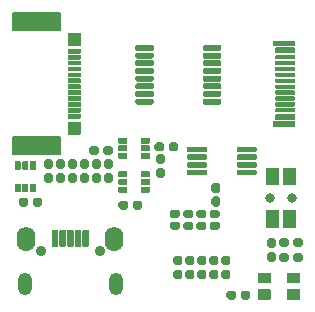
<source format=gts>
%TF.GenerationSoftware,KiCad,Pcbnew,(5.1.7)-1*%
%TF.CreationDate,2020-11-06T21:26:38+01:00*%
%TF.ProjectId,twonkie,74776f6e-6b69-4652-9e6b-696361645f70,rev?*%
%TF.SameCoordinates,PX448d510PY20b3950*%
%TF.FileFunction,Soldermask,Top*%
%TF.FilePolarity,Negative*%
%FSLAX46Y46*%
G04 Gerber Fmt 4.6, Leading zero omitted, Abs format (unit mm)*
G04 Created by KiCad (PCBNEW (5.1.7)-1) date 2020-11-06 21:26:38*
%MOMM*%
%LPD*%
G01*
G04 APERTURE LIST*
%ADD10O,0.901600X0.901600*%
%ADD11O,1.251600X1.901600*%
%ADD12O,1.551600X2.101600*%
%ADD13C,0.801600*%
G04 APERTURE END LIST*
%TO.C,Q3*%
G36*
G01*
X11305700Y-11361000D02*
X11305700Y-10961000D01*
G75*
G02*
X11356500Y-10910200I50800J0D01*
G01*
X12006500Y-10910200D01*
G75*
G02*
X12057300Y-10961000I0J-50800D01*
G01*
X12057300Y-11361000D01*
G75*
G02*
X12006500Y-11411800I-50800J0D01*
G01*
X11356500Y-11411800D01*
G75*
G02*
X11305700Y-11361000I0J50800D01*
G01*
G37*
G36*
G01*
X11305700Y-12661000D02*
X11305700Y-12261000D01*
G75*
G02*
X11356500Y-12210200I50800J0D01*
G01*
X12006500Y-12210200D01*
G75*
G02*
X12057300Y-12261000I0J-50800D01*
G01*
X12057300Y-12661000D01*
G75*
G02*
X12006500Y-12711800I-50800J0D01*
G01*
X11356500Y-12711800D01*
G75*
G02*
X11305700Y-12661000I0J50800D01*
G01*
G37*
G36*
G01*
X9405700Y-12011000D02*
X9405700Y-11611000D01*
G75*
G02*
X9456500Y-11560200I50800J0D01*
G01*
X10106500Y-11560200D01*
G75*
G02*
X10157300Y-11611000I0J-50800D01*
G01*
X10157300Y-12011000D01*
G75*
G02*
X10106500Y-12061800I-50800J0D01*
G01*
X9456500Y-12061800D01*
G75*
G02*
X9405700Y-12011000I0J50800D01*
G01*
G37*
G36*
G01*
X11305700Y-12011000D02*
X11305700Y-11611000D01*
G75*
G02*
X11356500Y-11560200I50800J0D01*
G01*
X12006500Y-11560200D01*
G75*
G02*
X12057300Y-11611000I0J-50800D01*
G01*
X12057300Y-12011000D01*
G75*
G02*
X12006500Y-12061800I-50800J0D01*
G01*
X11356500Y-12061800D01*
G75*
G02*
X11305700Y-12011000I0J50800D01*
G01*
G37*
G36*
G01*
X9405700Y-12661000D02*
X9405700Y-12261000D01*
G75*
G02*
X9456500Y-12210200I50800J0D01*
G01*
X10106500Y-12210200D01*
G75*
G02*
X10157300Y-12261000I0J-50800D01*
G01*
X10157300Y-12661000D01*
G75*
G02*
X10106500Y-12711800I-50800J0D01*
G01*
X9456500Y-12711800D01*
G75*
G02*
X9405700Y-12661000I0J50800D01*
G01*
G37*
G36*
G01*
X9405700Y-11361000D02*
X9405700Y-10961000D01*
G75*
G02*
X9456500Y-10910200I50800J0D01*
G01*
X10106500Y-10910200D01*
G75*
G02*
X10157300Y-10961000I0J-50800D01*
G01*
X10157300Y-11361000D01*
G75*
G02*
X10106500Y-11411800I-50800J0D01*
G01*
X9456500Y-11411800D01*
G75*
G02*
X9405700Y-11361000I0J50800D01*
G01*
G37*
%TD*%
%TO.C,C2*%
G36*
G01*
X14906600Y-18557300D02*
X14906600Y-18196500D01*
G75*
G02*
X15087000Y-18016100I180400J0D01*
G01*
X15562800Y-18016100D01*
G75*
G02*
X15743200Y-18196500I0J-180400D01*
G01*
X15743200Y-18557300D01*
G75*
G02*
X15562800Y-18737700I-180400J0D01*
G01*
X15087000Y-18737700D01*
G75*
G02*
X14906600Y-18557300I0J180400D01*
G01*
G37*
G36*
G01*
X13771600Y-18557300D02*
X13771600Y-18196500D01*
G75*
G02*
X13952000Y-18016100I180400J0D01*
G01*
X14427800Y-18016100D01*
G75*
G02*
X14608200Y-18196500I0J-180400D01*
G01*
X14608200Y-18557300D01*
G75*
G02*
X14427800Y-18737700I-180400J0D01*
G01*
X13952000Y-18737700D01*
G75*
G02*
X13771600Y-18557300I0J180400D01*
G01*
G37*
%TD*%
%TO.C,C4*%
G36*
G01*
X14906600Y-17554000D02*
X14906600Y-17193200D01*
G75*
G02*
X15087000Y-17012800I180400J0D01*
G01*
X15562800Y-17012800D01*
G75*
G02*
X15743200Y-17193200I0J-180400D01*
G01*
X15743200Y-17554000D01*
G75*
G02*
X15562800Y-17734400I-180400J0D01*
G01*
X15087000Y-17734400D01*
G75*
G02*
X14906600Y-17554000I0J180400D01*
G01*
G37*
G36*
G01*
X13771600Y-17554000D02*
X13771600Y-17193200D01*
G75*
G02*
X13952000Y-17012800I180400J0D01*
G01*
X14427800Y-17012800D01*
G75*
G02*
X14608200Y-17193200I0J-180400D01*
G01*
X14608200Y-17554000D01*
G75*
G02*
X14427800Y-17734400I-180400J0D01*
G01*
X13952000Y-17734400D01*
G75*
G02*
X13771600Y-17554000I0J180400D01*
G01*
G37*
%TD*%
D10*
%TO.C,J3*%
X7834000Y-20536000D03*
X2834000Y-20536000D03*
D11*
X9209000Y-23286000D03*
X1459000Y-23286000D03*
D12*
X9059000Y-19486000D03*
X1609000Y-19486000D03*
G36*
G01*
X6358200Y-20086000D02*
X6358200Y-18786000D01*
G75*
G02*
X6409000Y-18735200I50800J0D01*
G01*
X6859000Y-18735200D01*
G75*
G02*
X6909800Y-18786000I0J-50800D01*
G01*
X6909800Y-20086000D01*
G75*
G02*
X6859000Y-20136800I-50800J0D01*
G01*
X6409000Y-20136800D01*
G75*
G02*
X6358200Y-20086000I0J50800D01*
G01*
G37*
G36*
G01*
X5708200Y-20086000D02*
X5708200Y-18786000D01*
G75*
G02*
X5759000Y-18735200I50800J0D01*
G01*
X6209000Y-18735200D01*
G75*
G02*
X6259800Y-18786000I0J-50800D01*
G01*
X6259800Y-20086000D01*
G75*
G02*
X6209000Y-20136800I-50800J0D01*
G01*
X5759000Y-20136800D01*
G75*
G02*
X5708200Y-20086000I0J50800D01*
G01*
G37*
G36*
G01*
X5058200Y-20086000D02*
X5058200Y-18786000D01*
G75*
G02*
X5109000Y-18735200I50800J0D01*
G01*
X5559000Y-18735200D01*
G75*
G02*
X5609800Y-18786000I0J-50800D01*
G01*
X5609800Y-20086000D01*
G75*
G02*
X5559000Y-20136800I-50800J0D01*
G01*
X5109000Y-20136800D01*
G75*
G02*
X5058200Y-20086000I0J50800D01*
G01*
G37*
G36*
G01*
X4408200Y-20086000D02*
X4408200Y-18786000D01*
G75*
G02*
X4459000Y-18735200I50800J0D01*
G01*
X4909000Y-18735200D01*
G75*
G02*
X4959800Y-18786000I0J-50800D01*
G01*
X4959800Y-20086000D01*
G75*
G02*
X4909000Y-20136800I-50800J0D01*
G01*
X4459000Y-20136800D01*
G75*
G02*
X4408200Y-20086000I0J50800D01*
G01*
G37*
G36*
G01*
X3758200Y-20086000D02*
X3758200Y-18786000D01*
G75*
G02*
X3809000Y-18735200I50800J0D01*
G01*
X4259000Y-18735200D01*
G75*
G02*
X4309800Y-18786000I0J-50800D01*
G01*
X4309800Y-20086000D01*
G75*
G02*
X4259000Y-20136800I-50800J0D01*
G01*
X3809000Y-20136800D01*
G75*
G02*
X3758200Y-20086000I0J50800D01*
G01*
G37*
%TD*%
%TO.C,R14*%
G36*
G01*
X2157700Y-16568400D02*
X2157700Y-16197600D01*
G75*
G02*
X2343100Y-16012200I185400J0D01*
G01*
X2788900Y-16012200D01*
G75*
G02*
X2974300Y-16197600I0J-185400D01*
G01*
X2974300Y-16568400D01*
G75*
G02*
X2788900Y-16753800I-185400J0D01*
G01*
X2343100Y-16753800D01*
G75*
G02*
X2157700Y-16568400I0J185400D01*
G01*
G37*
G36*
G01*
X962700Y-16568400D02*
X962700Y-16197600D01*
G75*
G02*
X1148100Y-16012200I185400J0D01*
G01*
X1593900Y-16012200D01*
G75*
G02*
X1779300Y-16197600I0J-185400D01*
G01*
X1779300Y-16568400D01*
G75*
G02*
X1593900Y-16753800I-185400J0D01*
G01*
X1148100Y-16753800D01*
G75*
G02*
X962700Y-16568400I0J185400D01*
G01*
G37*
%TD*%
%TO.C,R16*%
G36*
G01*
X13651200Y-11869400D02*
X13651200Y-11498600D01*
G75*
G02*
X13836600Y-11313200I185400J0D01*
G01*
X14282400Y-11313200D01*
G75*
G02*
X14467800Y-11498600I0J-185400D01*
G01*
X14467800Y-11869400D01*
G75*
G02*
X14282400Y-12054800I-185400J0D01*
G01*
X13836600Y-12054800D01*
G75*
G02*
X13651200Y-11869400I0J185400D01*
G01*
G37*
G36*
G01*
X12456200Y-11869400D02*
X12456200Y-11498600D01*
G75*
G02*
X12641600Y-11313200I185400J0D01*
G01*
X13087400Y-11313200D01*
G75*
G02*
X13272800Y-11498600I0J-185400D01*
G01*
X13272800Y-11869400D01*
G75*
G02*
X13087400Y-12054800I-185400J0D01*
G01*
X12641600Y-12054800D01*
G75*
G02*
X12456200Y-11869400I0J185400D01*
G01*
G37*
%TD*%
D13*
%TO.C,SW1*%
X24077500Y-16002000D03*
X22277500Y-16002000D03*
G36*
G01*
X24422500Y-18552800D02*
X23372500Y-18552800D01*
G75*
G02*
X23321700Y-18502000I0J50800D01*
G01*
X23321700Y-17102000D01*
G75*
G02*
X23372500Y-17051200I50800J0D01*
G01*
X24422500Y-17051200D01*
G75*
G02*
X24473300Y-17102000I0J-50800D01*
G01*
X24473300Y-18502000D01*
G75*
G02*
X24422500Y-18552800I-50800J0D01*
G01*
G37*
G36*
G01*
X24422500Y-14952800D02*
X23372500Y-14952800D01*
G75*
G02*
X23321700Y-14902000I0J50800D01*
G01*
X23321700Y-13502000D01*
G75*
G02*
X23372500Y-13451200I50800J0D01*
G01*
X24422500Y-13451200D01*
G75*
G02*
X24473300Y-13502000I0J-50800D01*
G01*
X24473300Y-14902000D01*
G75*
G02*
X24422500Y-14952800I-50800J0D01*
G01*
G37*
G36*
G01*
X22982500Y-18552800D02*
X21932500Y-18552800D01*
G75*
G02*
X21881700Y-18502000I0J50800D01*
G01*
X21881700Y-17102000D01*
G75*
G02*
X21932500Y-17051200I50800J0D01*
G01*
X22982500Y-17051200D01*
G75*
G02*
X23033300Y-17102000I0J-50800D01*
G01*
X23033300Y-18502000D01*
G75*
G02*
X22982500Y-18552800I-50800J0D01*
G01*
G37*
G36*
G01*
X22982500Y-14952800D02*
X21932500Y-14952800D01*
G75*
G02*
X21881700Y-14902000I0J50800D01*
G01*
X21881700Y-13502000D01*
G75*
G02*
X21932500Y-13451200I50800J0D01*
G01*
X22982500Y-13451200D01*
G75*
G02*
X23033300Y-13502000I0J-50800D01*
G01*
X23033300Y-14902000D01*
G75*
G02*
X22982500Y-14952800I-50800J0D01*
G01*
G37*
%TD*%
%TO.C,J2*%
G36*
G01*
X465000Y-10799200D02*
X4465000Y-10799200D01*
G75*
G02*
X4515800Y-10850000I0J-50800D01*
G01*
X4515800Y-12350000D01*
G75*
G02*
X4465000Y-12400800I-50800J0D01*
G01*
X465000Y-12400800D01*
G75*
G02*
X414200Y-12350000I0J50800D01*
G01*
X414200Y-10850000D01*
G75*
G02*
X465000Y-10799200I50800J0D01*
G01*
G37*
G36*
G01*
X465000Y-299200D02*
X4465000Y-299200D01*
G75*
G02*
X4515800Y-350000I0J-50800D01*
G01*
X4515800Y-1850000D01*
G75*
G02*
X4465000Y-1900800I-50800J0D01*
G01*
X465000Y-1900800D01*
G75*
G02*
X414200Y-1850000I0J50800D01*
G01*
X414200Y-350000D01*
G75*
G02*
X465000Y-299200I50800J0D01*
G01*
G37*
G36*
G01*
X5175000Y-8899200D02*
X6175000Y-8899200D01*
G75*
G02*
X6225800Y-8950000I0J-50800D01*
G01*
X6225800Y-9250000D01*
G75*
G02*
X6175000Y-9300800I-50800J0D01*
G01*
X5175000Y-9300800D01*
G75*
G02*
X5124200Y-9250000I0J50800D01*
G01*
X5124200Y-8950000D01*
G75*
G02*
X5175000Y-8899200I50800J0D01*
G01*
G37*
G36*
G01*
X5175000Y-8399200D02*
X6175000Y-8399200D01*
G75*
G02*
X6225800Y-8450000I0J-50800D01*
G01*
X6225800Y-8750000D01*
G75*
G02*
X6175000Y-8800800I-50800J0D01*
G01*
X5175000Y-8800800D01*
G75*
G02*
X5124200Y-8750000I0J50800D01*
G01*
X5124200Y-8450000D01*
G75*
G02*
X5175000Y-8399200I50800J0D01*
G01*
G37*
G36*
G01*
X5175000Y-7899200D02*
X6175000Y-7899200D01*
G75*
G02*
X6225800Y-7950000I0J-50800D01*
G01*
X6225800Y-8250000D01*
G75*
G02*
X6175000Y-8300800I-50800J0D01*
G01*
X5175000Y-8300800D01*
G75*
G02*
X5124200Y-8250000I0J50800D01*
G01*
X5124200Y-7950000D01*
G75*
G02*
X5175000Y-7899200I50800J0D01*
G01*
G37*
G36*
G01*
X5175000Y-7399200D02*
X6175000Y-7399200D01*
G75*
G02*
X6225800Y-7450000I0J-50800D01*
G01*
X6225800Y-7750000D01*
G75*
G02*
X6175000Y-7800800I-50800J0D01*
G01*
X5175000Y-7800800D01*
G75*
G02*
X5124200Y-7750000I0J50800D01*
G01*
X5124200Y-7450000D01*
G75*
G02*
X5175000Y-7399200I50800J0D01*
G01*
G37*
G36*
G01*
X5175000Y-6899200D02*
X6175000Y-6899200D01*
G75*
G02*
X6225800Y-6950000I0J-50800D01*
G01*
X6225800Y-7250000D01*
G75*
G02*
X6175000Y-7300800I-50800J0D01*
G01*
X5175000Y-7300800D01*
G75*
G02*
X5124200Y-7250000I0J50800D01*
G01*
X5124200Y-6950000D01*
G75*
G02*
X5175000Y-6899200I50800J0D01*
G01*
G37*
G36*
G01*
X5175000Y-6399200D02*
X6175000Y-6399200D01*
G75*
G02*
X6225800Y-6450000I0J-50800D01*
G01*
X6225800Y-6750000D01*
G75*
G02*
X6175000Y-6800800I-50800J0D01*
G01*
X5175000Y-6800800D01*
G75*
G02*
X5124200Y-6750000I0J50800D01*
G01*
X5124200Y-6450000D01*
G75*
G02*
X5175000Y-6399200I50800J0D01*
G01*
G37*
G36*
G01*
X5175000Y-5899200D02*
X6175000Y-5899200D01*
G75*
G02*
X6225800Y-5950000I0J-50800D01*
G01*
X6225800Y-6250000D01*
G75*
G02*
X6175000Y-6300800I-50800J0D01*
G01*
X5175000Y-6300800D01*
G75*
G02*
X5124200Y-6250000I0J50800D01*
G01*
X5124200Y-5950000D01*
G75*
G02*
X5175000Y-5899200I50800J0D01*
G01*
G37*
G36*
G01*
X5175000Y-5399200D02*
X6175000Y-5399200D01*
G75*
G02*
X6225800Y-5450000I0J-50800D01*
G01*
X6225800Y-5750000D01*
G75*
G02*
X6175000Y-5800800I-50800J0D01*
G01*
X5175000Y-5800800D01*
G75*
G02*
X5124200Y-5750000I0J50800D01*
G01*
X5124200Y-5450000D01*
G75*
G02*
X5175000Y-5399200I50800J0D01*
G01*
G37*
G36*
G01*
X5175000Y-4899200D02*
X6175000Y-4899200D01*
G75*
G02*
X6225800Y-4950000I0J-50800D01*
G01*
X6225800Y-5250000D01*
G75*
G02*
X6175000Y-5300800I-50800J0D01*
G01*
X5175000Y-5300800D01*
G75*
G02*
X5124200Y-5250000I0J50800D01*
G01*
X5124200Y-4950000D01*
G75*
G02*
X5175000Y-4899200I50800J0D01*
G01*
G37*
G36*
G01*
X5175000Y-4399200D02*
X6175000Y-4399200D01*
G75*
G02*
X6225800Y-4450000I0J-50800D01*
G01*
X6225800Y-4750000D01*
G75*
G02*
X6175000Y-4800800I-50800J0D01*
G01*
X5175000Y-4800800D01*
G75*
G02*
X5124200Y-4750000I0J50800D01*
G01*
X5124200Y-4450000D01*
G75*
G02*
X5175000Y-4399200I50800J0D01*
G01*
G37*
G36*
G01*
X5175000Y-3899200D02*
X6175000Y-3899200D01*
G75*
G02*
X6225800Y-3950000I0J-50800D01*
G01*
X6225800Y-4250000D01*
G75*
G02*
X6175000Y-4300800I-50800J0D01*
G01*
X5175000Y-4300800D01*
G75*
G02*
X5124200Y-4250000I0J50800D01*
G01*
X5124200Y-3950000D01*
G75*
G02*
X5175000Y-3899200I50800J0D01*
G01*
G37*
G36*
G01*
X5175000Y-3399200D02*
X6175000Y-3399200D01*
G75*
G02*
X6225800Y-3450000I0J-50800D01*
G01*
X6225800Y-3750000D01*
G75*
G02*
X6175000Y-3800800I-50800J0D01*
G01*
X5175000Y-3800800D01*
G75*
G02*
X5124200Y-3750000I0J50800D01*
G01*
X5124200Y-3450000D01*
G75*
G02*
X5175000Y-3399200I50800J0D01*
G01*
G37*
G36*
G01*
X5175000Y-2049200D02*
X6175000Y-2049200D01*
G75*
G02*
X6225800Y-2100000I0J-50800D01*
G01*
X6225800Y-3100000D01*
G75*
G02*
X6175000Y-3150800I-50800J0D01*
G01*
X5175000Y-3150800D01*
G75*
G02*
X5124200Y-3100000I0J50800D01*
G01*
X5124200Y-2100000D01*
G75*
G02*
X5175000Y-2049200I50800J0D01*
G01*
G37*
G36*
G01*
X5175000Y-9549200D02*
X6175000Y-9549200D01*
G75*
G02*
X6225800Y-9600000I0J-50800D01*
G01*
X6225800Y-10600000D01*
G75*
G02*
X6175000Y-10650800I-50800J0D01*
G01*
X5175000Y-10650800D01*
G75*
G02*
X5124200Y-10600000I0J50800D01*
G01*
X5124200Y-9600000D01*
G75*
G02*
X5175000Y-9549200I50800J0D01*
G01*
G37*
%TD*%
%TO.C,J1*%
G36*
G01*
X24300000Y-8780800D02*
X22750000Y-8780800D01*
G75*
G02*
X22699200Y-8730000I0J50800D01*
G01*
X22699200Y-8470000D01*
G75*
G02*
X22750000Y-8419200I50800J0D01*
G01*
X24300000Y-8419200D01*
G75*
G02*
X24350800Y-8470000I0J-50800D01*
G01*
X24350800Y-8730000D01*
G75*
G02*
X24300000Y-8780800I-50800J0D01*
G01*
G37*
G36*
G01*
X24300000Y-8280800D02*
X22750000Y-8280800D01*
G75*
G02*
X22699200Y-8230000I0J50800D01*
G01*
X22699200Y-7970000D01*
G75*
G02*
X22750000Y-7919200I50800J0D01*
G01*
X24300000Y-7919200D01*
G75*
G02*
X24350800Y-7970000I0J-50800D01*
G01*
X24350800Y-8230000D01*
G75*
G02*
X24300000Y-8280800I-50800J0D01*
G01*
G37*
G36*
G01*
X24300000Y-7780800D02*
X22750000Y-7780800D01*
G75*
G02*
X22699200Y-7730000I0J50800D01*
G01*
X22699200Y-7470000D01*
G75*
G02*
X22750000Y-7419200I50800J0D01*
G01*
X24300000Y-7419200D01*
G75*
G02*
X24350800Y-7470000I0J-50800D01*
G01*
X24350800Y-7730000D01*
G75*
G02*
X24300000Y-7780800I-50800J0D01*
G01*
G37*
G36*
G01*
X24300000Y-7280800D02*
X22750000Y-7280800D01*
G75*
G02*
X22699200Y-7230000I0J50800D01*
G01*
X22699200Y-6970000D01*
G75*
G02*
X22750000Y-6919200I50800J0D01*
G01*
X24300000Y-6919200D01*
G75*
G02*
X24350800Y-6970000I0J-50800D01*
G01*
X24350800Y-7230000D01*
G75*
G02*
X24300000Y-7280800I-50800J0D01*
G01*
G37*
G36*
G01*
X24300000Y-6780800D02*
X22750000Y-6780800D01*
G75*
G02*
X22699200Y-6730000I0J50800D01*
G01*
X22699200Y-6470000D01*
G75*
G02*
X22750000Y-6419200I50800J0D01*
G01*
X24300000Y-6419200D01*
G75*
G02*
X24350800Y-6470000I0J-50800D01*
G01*
X24350800Y-6730000D01*
G75*
G02*
X24300000Y-6780800I-50800J0D01*
G01*
G37*
G36*
G01*
X24300000Y-6280800D02*
X22750000Y-6280800D01*
G75*
G02*
X22699200Y-6230000I0J50800D01*
G01*
X22699200Y-5970000D01*
G75*
G02*
X22750000Y-5919200I50800J0D01*
G01*
X24300000Y-5919200D01*
G75*
G02*
X24350800Y-5970000I0J-50800D01*
G01*
X24350800Y-6230000D01*
G75*
G02*
X24300000Y-6280800I-50800J0D01*
G01*
G37*
G36*
G01*
X24300000Y-5780800D02*
X22750000Y-5780800D01*
G75*
G02*
X22699200Y-5730000I0J50800D01*
G01*
X22699200Y-5470000D01*
G75*
G02*
X22750000Y-5419200I50800J0D01*
G01*
X24300000Y-5419200D01*
G75*
G02*
X24350800Y-5470000I0J-50800D01*
G01*
X24350800Y-5730000D01*
G75*
G02*
X24300000Y-5780800I-50800J0D01*
G01*
G37*
G36*
G01*
X24300000Y-5280800D02*
X22750000Y-5280800D01*
G75*
G02*
X22699200Y-5230000I0J50800D01*
G01*
X22699200Y-4970000D01*
G75*
G02*
X22750000Y-4919200I50800J0D01*
G01*
X24300000Y-4919200D01*
G75*
G02*
X24350800Y-4970000I0J-50800D01*
G01*
X24350800Y-5230000D01*
G75*
G02*
X24300000Y-5280800I-50800J0D01*
G01*
G37*
G36*
G01*
X24300000Y-4780800D02*
X22750000Y-4780800D01*
G75*
G02*
X22699200Y-4730000I0J50800D01*
G01*
X22699200Y-4470000D01*
G75*
G02*
X22750000Y-4419200I50800J0D01*
G01*
X24300000Y-4419200D01*
G75*
G02*
X24350800Y-4470000I0J-50800D01*
G01*
X24350800Y-4730000D01*
G75*
G02*
X24300000Y-4780800I-50800J0D01*
G01*
G37*
G36*
G01*
X24300000Y-4280800D02*
X22750000Y-4280800D01*
G75*
G02*
X22699200Y-4230000I0J50800D01*
G01*
X22699200Y-3970000D01*
G75*
G02*
X22750000Y-3919200I50800J0D01*
G01*
X24300000Y-3919200D01*
G75*
G02*
X24350800Y-3970000I0J-50800D01*
G01*
X24350800Y-4230000D01*
G75*
G02*
X24300000Y-4280800I-50800J0D01*
G01*
G37*
G36*
G01*
X24300000Y-9430800D02*
X22750000Y-9430800D01*
G75*
G02*
X22699200Y-9380000I0J50800D01*
G01*
X22699200Y-8970000D01*
G75*
G02*
X22750000Y-8919200I50800J0D01*
G01*
X24300000Y-8919200D01*
G75*
G02*
X24350800Y-8970000I0J-50800D01*
G01*
X24350800Y-9380000D01*
G75*
G02*
X24300000Y-9430800I-50800J0D01*
G01*
G37*
G36*
G01*
X24300000Y-3780800D02*
X22750000Y-3780800D01*
G75*
G02*
X22699200Y-3730000I0J50800D01*
G01*
X22699200Y-3320000D01*
G75*
G02*
X22750000Y-3269200I50800J0D01*
G01*
X24300000Y-3269200D01*
G75*
G02*
X24350800Y-3320000I0J-50800D01*
G01*
X24350800Y-3730000D01*
G75*
G02*
X24300000Y-3780800I-50800J0D01*
G01*
G37*
G36*
G01*
X24300000Y-3175800D02*
X22550000Y-3175800D01*
G75*
G02*
X22499200Y-3125000I0J50800D01*
G01*
X22499200Y-2765000D01*
G75*
G02*
X22550000Y-2714200I50800J0D01*
G01*
X24300000Y-2714200D01*
G75*
G02*
X24350800Y-2765000I0J-50800D01*
G01*
X24350800Y-3125000D01*
G75*
G02*
X24300000Y-3175800I-50800J0D01*
G01*
G37*
G36*
G01*
X24300000Y-9985800D02*
X22550000Y-9985800D01*
G75*
G02*
X22499200Y-9935000I0J50800D01*
G01*
X22499200Y-9575000D01*
G75*
G02*
X22550000Y-9524200I50800J0D01*
G01*
X24300000Y-9524200D01*
G75*
G02*
X24350800Y-9575000I0J-50800D01*
G01*
X24350800Y-9935000D01*
G75*
G02*
X24300000Y-9985800I-50800J0D01*
G01*
G37*
%TD*%
%TO.C,U2*%
G36*
G01*
X18128800Y-7737600D02*
X18128800Y-7988400D01*
G75*
G02*
X18003400Y-8113800I-125400J0D01*
G01*
X16677600Y-8113800D01*
G75*
G02*
X16552200Y-7988400I0J125400D01*
G01*
X16552200Y-7737600D01*
G75*
G02*
X16677600Y-7612200I125400J0D01*
G01*
X18003400Y-7612200D01*
G75*
G02*
X18128800Y-7737600I0J-125400D01*
G01*
G37*
G36*
G01*
X18128800Y-7087600D02*
X18128800Y-7338400D01*
G75*
G02*
X18003400Y-7463800I-125400J0D01*
G01*
X16677600Y-7463800D01*
G75*
G02*
X16552200Y-7338400I0J125400D01*
G01*
X16552200Y-7087600D01*
G75*
G02*
X16677600Y-6962200I125400J0D01*
G01*
X18003400Y-6962200D01*
G75*
G02*
X18128800Y-7087600I0J-125400D01*
G01*
G37*
G36*
G01*
X18128800Y-6437600D02*
X18128800Y-6688400D01*
G75*
G02*
X18003400Y-6813800I-125400J0D01*
G01*
X16677600Y-6813800D01*
G75*
G02*
X16552200Y-6688400I0J125400D01*
G01*
X16552200Y-6437600D01*
G75*
G02*
X16677600Y-6312200I125400J0D01*
G01*
X18003400Y-6312200D01*
G75*
G02*
X18128800Y-6437600I0J-125400D01*
G01*
G37*
G36*
G01*
X18128800Y-5787600D02*
X18128800Y-6038400D01*
G75*
G02*
X18003400Y-6163800I-125400J0D01*
G01*
X16677600Y-6163800D01*
G75*
G02*
X16552200Y-6038400I0J125400D01*
G01*
X16552200Y-5787600D01*
G75*
G02*
X16677600Y-5662200I125400J0D01*
G01*
X18003400Y-5662200D01*
G75*
G02*
X18128800Y-5787600I0J-125400D01*
G01*
G37*
G36*
G01*
X18128800Y-5137600D02*
X18128800Y-5388400D01*
G75*
G02*
X18003400Y-5513800I-125400J0D01*
G01*
X16677600Y-5513800D01*
G75*
G02*
X16552200Y-5388400I0J125400D01*
G01*
X16552200Y-5137600D01*
G75*
G02*
X16677600Y-5012200I125400J0D01*
G01*
X18003400Y-5012200D01*
G75*
G02*
X18128800Y-5137600I0J-125400D01*
G01*
G37*
G36*
G01*
X18128800Y-4487600D02*
X18128800Y-4738400D01*
G75*
G02*
X18003400Y-4863800I-125400J0D01*
G01*
X16677600Y-4863800D01*
G75*
G02*
X16552200Y-4738400I0J125400D01*
G01*
X16552200Y-4487600D01*
G75*
G02*
X16677600Y-4362200I125400J0D01*
G01*
X18003400Y-4362200D01*
G75*
G02*
X18128800Y-4487600I0J-125400D01*
G01*
G37*
G36*
G01*
X18128800Y-3837600D02*
X18128800Y-4088400D01*
G75*
G02*
X18003400Y-4213800I-125400J0D01*
G01*
X16677600Y-4213800D01*
G75*
G02*
X16552200Y-4088400I0J125400D01*
G01*
X16552200Y-3837600D01*
G75*
G02*
X16677600Y-3712200I125400J0D01*
G01*
X18003400Y-3712200D01*
G75*
G02*
X18128800Y-3837600I0J-125400D01*
G01*
G37*
G36*
G01*
X18128800Y-3187600D02*
X18128800Y-3438400D01*
G75*
G02*
X18003400Y-3563800I-125400J0D01*
G01*
X16677600Y-3563800D01*
G75*
G02*
X16552200Y-3438400I0J125400D01*
G01*
X16552200Y-3187600D01*
G75*
G02*
X16677600Y-3062200I125400J0D01*
G01*
X18003400Y-3062200D01*
G75*
G02*
X18128800Y-3187600I0J-125400D01*
G01*
G37*
G36*
G01*
X12403800Y-3187600D02*
X12403800Y-3438400D01*
G75*
G02*
X12278400Y-3563800I-125400J0D01*
G01*
X10952600Y-3563800D01*
G75*
G02*
X10827200Y-3438400I0J125400D01*
G01*
X10827200Y-3187600D01*
G75*
G02*
X10952600Y-3062200I125400J0D01*
G01*
X12278400Y-3062200D01*
G75*
G02*
X12403800Y-3187600I0J-125400D01*
G01*
G37*
G36*
G01*
X12403800Y-3837600D02*
X12403800Y-4088400D01*
G75*
G02*
X12278400Y-4213800I-125400J0D01*
G01*
X10952600Y-4213800D01*
G75*
G02*
X10827200Y-4088400I0J125400D01*
G01*
X10827200Y-3837600D01*
G75*
G02*
X10952600Y-3712200I125400J0D01*
G01*
X12278400Y-3712200D01*
G75*
G02*
X12403800Y-3837600I0J-125400D01*
G01*
G37*
G36*
G01*
X12403800Y-4487600D02*
X12403800Y-4738400D01*
G75*
G02*
X12278400Y-4863800I-125400J0D01*
G01*
X10952600Y-4863800D01*
G75*
G02*
X10827200Y-4738400I0J125400D01*
G01*
X10827200Y-4487600D01*
G75*
G02*
X10952600Y-4362200I125400J0D01*
G01*
X12278400Y-4362200D01*
G75*
G02*
X12403800Y-4487600I0J-125400D01*
G01*
G37*
G36*
G01*
X12403800Y-5137600D02*
X12403800Y-5388400D01*
G75*
G02*
X12278400Y-5513800I-125400J0D01*
G01*
X10952600Y-5513800D01*
G75*
G02*
X10827200Y-5388400I0J125400D01*
G01*
X10827200Y-5137600D01*
G75*
G02*
X10952600Y-5012200I125400J0D01*
G01*
X12278400Y-5012200D01*
G75*
G02*
X12403800Y-5137600I0J-125400D01*
G01*
G37*
G36*
G01*
X12403800Y-5787600D02*
X12403800Y-6038400D01*
G75*
G02*
X12278400Y-6163800I-125400J0D01*
G01*
X10952600Y-6163800D01*
G75*
G02*
X10827200Y-6038400I0J125400D01*
G01*
X10827200Y-5787600D01*
G75*
G02*
X10952600Y-5662200I125400J0D01*
G01*
X12278400Y-5662200D01*
G75*
G02*
X12403800Y-5787600I0J-125400D01*
G01*
G37*
G36*
G01*
X12403800Y-6437600D02*
X12403800Y-6688400D01*
G75*
G02*
X12278400Y-6813800I-125400J0D01*
G01*
X10952600Y-6813800D01*
G75*
G02*
X10827200Y-6688400I0J125400D01*
G01*
X10827200Y-6437600D01*
G75*
G02*
X10952600Y-6312200I125400J0D01*
G01*
X12278400Y-6312200D01*
G75*
G02*
X12403800Y-6437600I0J-125400D01*
G01*
G37*
G36*
G01*
X12403800Y-7087600D02*
X12403800Y-7338400D01*
G75*
G02*
X12278400Y-7463800I-125400J0D01*
G01*
X10952600Y-7463800D01*
G75*
G02*
X10827200Y-7338400I0J125400D01*
G01*
X10827200Y-7087600D01*
G75*
G02*
X10952600Y-6962200I125400J0D01*
G01*
X12278400Y-6962200D01*
G75*
G02*
X12403800Y-7087600I0J-125400D01*
G01*
G37*
G36*
G01*
X12403800Y-7737600D02*
X12403800Y-7988400D01*
G75*
G02*
X12278400Y-8113800I-125400J0D01*
G01*
X10952600Y-8113800D01*
G75*
G02*
X10827200Y-7988400I0J125400D01*
G01*
X10827200Y-7737600D01*
G75*
G02*
X10952600Y-7612200I125400J0D01*
G01*
X12278400Y-7612200D01*
G75*
G02*
X12403800Y-7737600I0J-125400D01*
G01*
G37*
%TD*%
%TO.C,U5*%
G36*
G01*
X19410200Y-12040900D02*
X19410200Y-11790100D01*
G75*
G02*
X19535600Y-11664700I125400J0D01*
G01*
X21011400Y-11664700D01*
G75*
G02*
X21136800Y-11790100I0J-125400D01*
G01*
X21136800Y-12040900D01*
G75*
G02*
X21011400Y-12166300I-125400J0D01*
G01*
X19535600Y-12166300D01*
G75*
G02*
X19410200Y-12040900I0J125400D01*
G01*
G37*
G36*
G01*
X19410200Y-12690900D02*
X19410200Y-12440100D01*
G75*
G02*
X19535600Y-12314700I125400J0D01*
G01*
X21011400Y-12314700D01*
G75*
G02*
X21136800Y-12440100I0J-125400D01*
G01*
X21136800Y-12690900D01*
G75*
G02*
X21011400Y-12816300I-125400J0D01*
G01*
X19535600Y-12816300D01*
G75*
G02*
X19410200Y-12690900I0J125400D01*
G01*
G37*
G36*
G01*
X19410200Y-13340900D02*
X19410200Y-13090100D01*
G75*
G02*
X19535600Y-12964700I125400J0D01*
G01*
X21011400Y-12964700D01*
G75*
G02*
X21136800Y-13090100I0J-125400D01*
G01*
X21136800Y-13340900D01*
G75*
G02*
X21011400Y-13466300I-125400J0D01*
G01*
X19535600Y-13466300D01*
G75*
G02*
X19410200Y-13340900I0J125400D01*
G01*
G37*
G36*
G01*
X19410200Y-13990900D02*
X19410200Y-13740100D01*
G75*
G02*
X19535600Y-13614700I125400J0D01*
G01*
X21011400Y-13614700D01*
G75*
G02*
X21136800Y-13740100I0J-125400D01*
G01*
X21136800Y-13990900D01*
G75*
G02*
X21011400Y-14116300I-125400J0D01*
G01*
X19535600Y-14116300D01*
G75*
G02*
X19410200Y-13990900I0J125400D01*
G01*
G37*
G36*
G01*
X15185200Y-13990900D02*
X15185200Y-13740100D01*
G75*
G02*
X15310600Y-13614700I125400J0D01*
G01*
X16786400Y-13614700D01*
G75*
G02*
X16911800Y-13740100I0J-125400D01*
G01*
X16911800Y-13990900D01*
G75*
G02*
X16786400Y-14116300I-125400J0D01*
G01*
X15310600Y-14116300D01*
G75*
G02*
X15185200Y-13990900I0J125400D01*
G01*
G37*
G36*
G01*
X15185200Y-13340900D02*
X15185200Y-13090100D01*
G75*
G02*
X15310600Y-12964700I125400J0D01*
G01*
X16786400Y-12964700D01*
G75*
G02*
X16911800Y-13090100I0J-125400D01*
G01*
X16911800Y-13340900D01*
G75*
G02*
X16786400Y-13466300I-125400J0D01*
G01*
X15310600Y-13466300D01*
G75*
G02*
X15185200Y-13340900I0J125400D01*
G01*
G37*
G36*
G01*
X15185200Y-12690900D02*
X15185200Y-12440100D01*
G75*
G02*
X15310600Y-12314700I125400J0D01*
G01*
X16786400Y-12314700D01*
G75*
G02*
X16911800Y-12440100I0J-125400D01*
G01*
X16911800Y-12690900D01*
G75*
G02*
X16786400Y-12816300I-125400J0D01*
G01*
X15310600Y-12816300D01*
G75*
G02*
X15185200Y-12690900I0J125400D01*
G01*
G37*
G36*
G01*
X15185200Y-12040900D02*
X15185200Y-11790100D01*
G75*
G02*
X15310600Y-11664700I125400J0D01*
G01*
X16786400Y-11664700D01*
G75*
G02*
X16911800Y-11790100I0J-125400D01*
G01*
X16911800Y-12040900D01*
G75*
G02*
X16786400Y-12166300I-125400J0D01*
G01*
X15310600Y-12166300D01*
G75*
G02*
X15185200Y-12040900I0J125400D01*
G01*
G37*
%TD*%
%TO.C,R23*%
G36*
G01*
X12768600Y-13524200D02*
X13139400Y-13524200D01*
G75*
G02*
X13324800Y-13709600I0J-185400D01*
G01*
X13324800Y-14155400D01*
G75*
G02*
X13139400Y-14340800I-185400J0D01*
G01*
X12768600Y-14340800D01*
G75*
G02*
X12583200Y-14155400I0J185400D01*
G01*
X12583200Y-13709600D01*
G75*
G02*
X12768600Y-13524200I185400J0D01*
G01*
G37*
G36*
G01*
X12768600Y-12329200D02*
X13139400Y-12329200D01*
G75*
G02*
X13324800Y-12514600I0J-185400D01*
G01*
X13324800Y-12960400D01*
G75*
G02*
X13139400Y-13145800I-185400J0D01*
G01*
X12768600Y-13145800D01*
G75*
G02*
X12583200Y-12960400I0J185400D01*
G01*
X12583200Y-12514600D01*
G75*
G02*
X12768600Y-12329200I185400J0D01*
G01*
G37*
%TD*%
%TO.C,R22*%
G36*
G01*
X10224800Y-16451600D02*
X10224800Y-16822400D01*
G75*
G02*
X10039400Y-17007800I-185400J0D01*
G01*
X9593600Y-17007800D01*
G75*
G02*
X9408200Y-16822400I0J185400D01*
G01*
X9408200Y-16451600D01*
G75*
G02*
X9593600Y-16266200I185400J0D01*
G01*
X10039400Y-16266200D01*
G75*
G02*
X10224800Y-16451600I0J-185400D01*
G01*
G37*
G36*
G01*
X11419800Y-16451600D02*
X11419800Y-16822400D01*
G75*
G02*
X11234400Y-17007800I-185400J0D01*
G01*
X10788600Y-17007800D01*
G75*
G02*
X10603200Y-16822400I0J185400D01*
G01*
X10603200Y-16451600D01*
G75*
G02*
X10788600Y-16266200I185400J0D01*
G01*
X11234400Y-16266200D01*
G75*
G02*
X11419800Y-16451600I0J-185400D01*
G01*
G37*
%TD*%
%TO.C,R21*%
G36*
G01*
X18293100Y-22096700D02*
X18663900Y-22096700D01*
G75*
G02*
X18849300Y-22282100I0J-185400D01*
G01*
X18849300Y-22727900D01*
G75*
G02*
X18663900Y-22913300I-185400J0D01*
G01*
X18293100Y-22913300D01*
G75*
G02*
X18107700Y-22727900I0J185400D01*
G01*
X18107700Y-22282100D01*
G75*
G02*
X18293100Y-22096700I185400J0D01*
G01*
G37*
G36*
G01*
X18293100Y-20901700D02*
X18663900Y-20901700D01*
G75*
G02*
X18849300Y-21087100I0J-185400D01*
G01*
X18849300Y-21532900D01*
G75*
G02*
X18663900Y-21718300I-185400J0D01*
G01*
X18293100Y-21718300D01*
G75*
G02*
X18107700Y-21532900I0J185400D01*
G01*
X18107700Y-21087100D01*
G75*
G02*
X18293100Y-20901700I185400J0D01*
G01*
G37*
%TD*%
%TO.C,R20*%
G36*
G01*
X17277100Y-22096700D02*
X17647900Y-22096700D01*
G75*
G02*
X17833300Y-22282100I0J-185400D01*
G01*
X17833300Y-22727900D01*
G75*
G02*
X17647900Y-22913300I-185400J0D01*
G01*
X17277100Y-22913300D01*
G75*
G02*
X17091700Y-22727900I0J185400D01*
G01*
X17091700Y-22282100D01*
G75*
G02*
X17277100Y-22096700I185400J0D01*
G01*
G37*
G36*
G01*
X17277100Y-20901700D02*
X17647900Y-20901700D01*
G75*
G02*
X17833300Y-21087100I0J-185400D01*
G01*
X17833300Y-21532900D01*
G75*
G02*
X17647900Y-21718300I-185400J0D01*
G01*
X17277100Y-21718300D01*
G75*
G02*
X17091700Y-21532900I0J185400D01*
G01*
X17091700Y-21087100D01*
G75*
G02*
X17277100Y-20901700I185400J0D01*
G01*
G37*
%TD*%
%TO.C,R19*%
G36*
G01*
X16261100Y-22096700D02*
X16631900Y-22096700D01*
G75*
G02*
X16817300Y-22282100I0J-185400D01*
G01*
X16817300Y-22727900D01*
G75*
G02*
X16631900Y-22913300I-185400J0D01*
G01*
X16261100Y-22913300D01*
G75*
G02*
X16075700Y-22727900I0J185400D01*
G01*
X16075700Y-22282100D01*
G75*
G02*
X16261100Y-22096700I185400J0D01*
G01*
G37*
G36*
G01*
X16261100Y-20901700D02*
X16631900Y-20901700D01*
G75*
G02*
X16817300Y-21087100I0J-185400D01*
G01*
X16817300Y-21532900D01*
G75*
G02*
X16631900Y-21718300I-185400J0D01*
G01*
X16261100Y-21718300D01*
G75*
G02*
X16075700Y-21532900I0J185400D01*
G01*
X16075700Y-21087100D01*
G75*
G02*
X16261100Y-20901700I185400J0D01*
G01*
G37*
%TD*%
%TO.C,R18*%
G36*
G01*
X15245100Y-22096700D02*
X15615900Y-22096700D01*
G75*
G02*
X15801300Y-22282100I0J-185400D01*
G01*
X15801300Y-22727900D01*
G75*
G02*
X15615900Y-22913300I-185400J0D01*
G01*
X15245100Y-22913300D01*
G75*
G02*
X15059700Y-22727900I0J185400D01*
G01*
X15059700Y-22282100D01*
G75*
G02*
X15245100Y-22096700I185400J0D01*
G01*
G37*
G36*
G01*
X15245100Y-20901700D02*
X15615900Y-20901700D01*
G75*
G02*
X15801300Y-21087100I0J-185400D01*
G01*
X15801300Y-21532900D01*
G75*
G02*
X15615900Y-21718300I-185400J0D01*
G01*
X15245100Y-21718300D01*
G75*
G02*
X15059700Y-21532900I0J185400D01*
G01*
X15059700Y-21087100D01*
G75*
G02*
X15245100Y-20901700I185400J0D01*
G01*
G37*
%TD*%
%TO.C,R17*%
G36*
G01*
X14229100Y-22096700D02*
X14599900Y-22096700D01*
G75*
G02*
X14785300Y-22282100I0J-185400D01*
G01*
X14785300Y-22727900D01*
G75*
G02*
X14599900Y-22913300I-185400J0D01*
G01*
X14229100Y-22913300D01*
G75*
G02*
X14043700Y-22727900I0J185400D01*
G01*
X14043700Y-22282100D01*
G75*
G02*
X14229100Y-22096700I185400J0D01*
G01*
G37*
G36*
G01*
X14229100Y-20901700D02*
X14599900Y-20901700D01*
G75*
G02*
X14785300Y-21087100I0J-185400D01*
G01*
X14785300Y-21532900D01*
G75*
G02*
X14599900Y-21718300I-185400J0D01*
G01*
X14229100Y-21718300D01*
G75*
G02*
X14043700Y-21532900I0J185400D01*
G01*
X14043700Y-21087100D01*
G75*
G02*
X14229100Y-20901700I185400J0D01*
G01*
G37*
%TD*%
%TO.C,R15*%
G36*
G01*
X3307100Y-13905200D02*
X3677900Y-13905200D01*
G75*
G02*
X3863300Y-14090600I0J-185400D01*
G01*
X3863300Y-14536400D01*
G75*
G02*
X3677900Y-14721800I-185400J0D01*
G01*
X3307100Y-14721800D01*
G75*
G02*
X3121700Y-14536400I0J185400D01*
G01*
X3121700Y-14090600D01*
G75*
G02*
X3307100Y-13905200I185400J0D01*
G01*
G37*
G36*
G01*
X3307100Y-12710200D02*
X3677900Y-12710200D01*
G75*
G02*
X3863300Y-12895600I0J-185400D01*
G01*
X3863300Y-13341400D01*
G75*
G02*
X3677900Y-13526800I-185400J0D01*
G01*
X3307100Y-13526800D01*
G75*
G02*
X3121700Y-13341400I0J185400D01*
G01*
X3121700Y-12895600D01*
G75*
G02*
X3307100Y-12710200I185400J0D01*
G01*
G37*
%TD*%
%TO.C,R13*%
G36*
G01*
X4693900Y-13526800D02*
X4323100Y-13526800D01*
G75*
G02*
X4137700Y-13341400I0J185400D01*
G01*
X4137700Y-12895600D01*
G75*
G02*
X4323100Y-12710200I185400J0D01*
G01*
X4693900Y-12710200D01*
G75*
G02*
X4879300Y-12895600I0J-185400D01*
G01*
X4879300Y-13341400D01*
G75*
G02*
X4693900Y-13526800I-185400J0D01*
G01*
G37*
G36*
G01*
X4693900Y-14721800D02*
X4323100Y-14721800D01*
G75*
G02*
X4137700Y-14536400I0J185400D01*
G01*
X4137700Y-14090600D01*
G75*
G02*
X4323100Y-13905200I185400J0D01*
G01*
X4693900Y-13905200D01*
G75*
G02*
X4879300Y-14090600I0J-185400D01*
G01*
X4879300Y-14536400D01*
G75*
G02*
X4693900Y-14721800I-185400J0D01*
G01*
G37*
%TD*%
%TO.C,R12*%
G36*
G01*
X5709900Y-13526800D02*
X5339100Y-13526800D01*
G75*
G02*
X5153700Y-13341400I0J185400D01*
G01*
X5153700Y-12895600D01*
G75*
G02*
X5339100Y-12710200I185400J0D01*
G01*
X5709900Y-12710200D01*
G75*
G02*
X5895300Y-12895600I0J-185400D01*
G01*
X5895300Y-13341400D01*
G75*
G02*
X5709900Y-13526800I-185400J0D01*
G01*
G37*
G36*
G01*
X5709900Y-14721800D02*
X5339100Y-14721800D01*
G75*
G02*
X5153700Y-14536400I0J185400D01*
G01*
X5153700Y-14090600D01*
G75*
G02*
X5339100Y-13905200I185400J0D01*
G01*
X5709900Y-13905200D01*
G75*
G02*
X5895300Y-14090600I0J-185400D01*
G01*
X5895300Y-14536400D01*
G75*
G02*
X5709900Y-14721800I-185400J0D01*
G01*
G37*
%TD*%
%TO.C,R11*%
G36*
G01*
X6725900Y-13526800D02*
X6355100Y-13526800D01*
G75*
G02*
X6169700Y-13341400I0J185400D01*
G01*
X6169700Y-12895600D01*
G75*
G02*
X6355100Y-12710200I185400J0D01*
G01*
X6725900Y-12710200D01*
G75*
G02*
X6911300Y-12895600I0J-185400D01*
G01*
X6911300Y-13341400D01*
G75*
G02*
X6725900Y-13526800I-185400J0D01*
G01*
G37*
G36*
G01*
X6725900Y-14721800D02*
X6355100Y-14721800D01*
G75*
G02*
X6169700Y-14536400I0J185400D01*
G01*
X6169700Y-14090600D01*
G75*
G02*
X6355100Y-13905200I185400J0D01*
G01*
X6725900Y-13905200D01*
G75*
G02*
X6911300Y-14090600I0J-185400D01*
G01*
X6911300Y-14536400D01*
G75*
G02*
X6725900Y-14721800I-185400J0D01*
G01*
G37*
%TD*%
%TO.C,R10*%
G36*
G01*
X7741900Y-13526800D02*
X7371100Y-13526800D01*
G75*
G02*
X7185700Y-13341400I0J185400D01*
G01*
X7185700Y-12895600D01*
G75*
G02*
X7371100Y-12710200I185400J0D01*
G01*
X7741900Y-12710200D01*
G75*
G02*
X7927300Y-12895600I0J-185400D01*
G01*
X7927300Y-13341400D01*
G75*
G02*
X7741900Y-13526800I-185400J0D01*
G01*
G37*
G36*
G01*
X7741900Y-14721800D02*
X7371100Y-14721800D01*
G75*
G02*
X7185700Y-14536400I0J185400D01*
G01*
X7185700Y-14090600D01*
G75*
G02*
X7371100Y-13905200I185400J0D01*
G01*
X7741900Y-13905200D01*
G75*
G02*
X7927300Y-14090600I0J-185400D01*
G01*
X7927300Y-14536400D01*
G75*
G02*
X7741900Y-14721800I-185400J0D01*
G01*
G37*
%TD*%
%TO.C,R9*%
G36*
G01*
X8757900Y-13526800D02*
X8387100Y-13526800D01*
G75*
G02*
X8201700Y-13341400I0J185400D01*
G01*
X8201700Y-12895600D01*
G75*
G02*
X8387100Y-12710200I185400J0D01*
G01*
X8757900Y-12710200D01*
G75*
G02*
X8943300Y-12895600I0J-185400D01*
G01*
X8943300Y-13341400D01*
G75*
G02*
X8757900Y-13526800I-185400J0D01*
G01*
G37*
G36*
G01*
X8757900Y-14721800D02*
X8387100Y-14721800D01*
G75*
G02*
X8201700Y-14536400I0J185400D01*
G01*
X8201700Y-14090600D01*
G75*
G02*
X8387100Y-13905200I185400J0D01*
G01*
X8757900Y-13905200D01*
G75*
G02*
X8943300Y-14090600I0J-185400D01*
G01*
X8943300Y-14536400D01*
G75*
G02*
X8757900Y-14721800I-185400J0D01*
G01*
G37*
%TD*%
%TO.C,R8*%
G36*
G01*
X7748300Y-11816100D02*
X7748300Y-12186900D01*
G75*
G02*
X7562900Y-12372300I-185400J0D01*
G01*
X7117100Y-12372300D01*
G75*
G02*
X6931700Y-12186900I0J185400D01*
G01*
X6931700Y-11816100D01*
G75*
G02*
X7117100Y-11630700I185400J0D01*
G01*
X7562900Y-11630700D01*
G75*
G02*
X7748300Y-11816100I0J-185400D01*
G01*
G37*
G36*
G01*
X8943300Y-11816100D02*
X8943300Y-12186900D01*
G75*
G02*
X8757900Y-12372300I-185400J0D01*
G01*
X8312100Y-12372300D01*
G75*
G02*
X8126700Y-12186900I0J185400D01*
G01*
X8126700Y-11816100D01*
G75*
G02*
X8312100Y-11630700I185400J0D01*
G01*
X8757900Y-11630700D01*
G75*
G02*
X8943300Y-11816100I0J-185400D01*
G01*
G37*
%TD*%
%TO.C,R7*%
G36*
G01*
X19368800Y-24071600D02*
X19368800Y-24442400D01*
G75*
G02*
X19183400Y-24627800I-185400J0D01*
G01*
X18737600Y-24627800D01*
G75*
G02*
X18552200Y-24442400I0J185400D01*
G01*
X18552200Y-24071600D01*
G75*
G02*
X18737600Y-23886200I185400J0D01*
G01*
X19183400Y-23886200D01*
G75*
G02*
X19368800Y-24071600I0J-185400D01*
G01*
G37*
G36*
G01*
X20563800Y-24071600D02*
X20563800Y-24442400D01*
G75*
G02*
X20378400Y-24627800I-185400J0D01*
G01*
X19932600Y-24627800D01*
G75*
G02*
X19747200Y-24442400I0J185400D01*
G01*
X19747200Y-24071600D01*
G75*
G02*
X19932600Y-23886200I185400J0D01*
G01*
X20378400Y-23886200D01*
G75*
G02*
X20563800Y-24071600I0J-185400D01*
G01*
G37*
%TD*%
%TO.C,R6*%
G36*
G01*
X22537400Y-20257800D02*
X22166600Y-20257800D01*
G75*
G02*
X21981200Y-20072400I0J185400D01*
G01*
X21981200Y-19626600D01*
G75*
G02*
X22166600Y-19441200I185400J0D01*
G01*
X22537400Y-19441200D01*
G75*
G02*
X22722800Y-19626600I0J-185400D01*
G01*
X22722800Y-20072400D01*
G75*
G02*
X22537400Y-20257800I-185400J0D01*
G01*
G37*
G36*
G01*
X22537400Y-21452800D02*
X22166600Y-21452800D01*
G75*
G02*
X21981200Y-21267400I0J185400D01*
G01*
X21981200Y-20821600D01*
G75*
G02*
X22166600Y-20636200I185400J0D01*
G01*
X22537400Y-20636200D01*
G75*
G02*
X22722800Y-20821600I0J-185400D01*
G01*
X22722800Y-21267400D01*
G75*
G02*
X22537400Y-21452800I-185400J0D01*
G01*
G37*
%TD*%
%TO.C,R5*%
G36*
G01*
X23813800Y-20896600D02*
X23813800Y-21267400D01*
G75*
G02*
X23628400Y-21452800I-185400J0D01*
G01*
X23182600Y-21452800D01*
G75*
G02*
X22997200Y-21267400I0J185400D01*
G01*
X22997200Y-20896600D01*
G75*
G02*
X23182600Y-20711200I185400J0D01*
G01*
X23628400Y-20711200D01*
G75*
G02*
X23813800Y-20896600I0J-185400D01*
G01*
G37*
G36*
G01*
X25008800Y-20896600D02*
X25008800Y-21267400D01*
G75*
G02*
X24823400Y-21452800I-185400J0D01*
G01*
X24377600Y-21452800D01*
G75*
G02*
X24192200Y-21267400I0J185400D01*
G01*
X24192200Y-20896600D01*
G75*
G02*
X24377600Y-20711200I185400J0D01*
G01*
X24823400Y-20711200D01*
G75*
G02*
X25008800Y-20896600I0J-185400D01*
G01*
G37*
%TD*%
%TO.C,R1*%
G36*
G01*
X24192200Y-19997400D02*
X24192200Y-19626600D01*
G75*
G02*
X24377600Y-19441200I185400J0D01*
G01*
X24823400Y-19441200D01*
G75*
G02*
X25008800Y-19626600I0J-185400D01*
G01*
X25008800Y-19997400D01*
G75*
G02*
X24823400Y-20182800I-185400J0D01*
G01*
X24377600Y-20182800D01*
G75*
G02*
X24192200Y-19997400I0J185400D01*
G01*
G37*
G36*
G01*
X22997200Y-19997400D02*
X22997200Y-19626600D01*
G75*
G02*
X23182600Y-19441200I185400J0D01*
G01*
X23628400Y-19441200D01*
G75*
G02*
X23813800Y-19626600I0J-185400D01*
G01*
X23813800Y-19997400D01*
G75*
G02*
X23628400Y-20182800I-185400J0D01*
G01*
X23182600Y-20182800D01*
G75*
G02*
X22997200Y-19997400I0J185400D01*
G01*
G37*
%TD*%
%TO.C,Q2*%
G36*
G01*
X10157300Y-15118500D02*
X10157300Y-15518500D01*
G75*
G02*
X10106500Y-15569300I-50800J0D01*
G01*
X9456500Y-15569300D01*
G75*
G02*
X9405700Y-15518500I0J50800D01*
G01*
X9405700Y-15118500D01*
G75*
G02*
X9456500Y-15067700I50800J0D01*
G01*
X10106500Y-15067700D01*
G75*
G02*
X10157300Y-15118500I0J-50800D01*
G01*
G37*
G36*
G01*
X10157300Y-13818500D02*
X10157300Y-14218500D01*
G75*
G02*
X10106500Y-14269300I-50800J0D01*
G01*
X9456500Y-14269300D01*
G75*
G02*
X9405700Y-14218500I0J50800D01*
G01*
X9405700Y-13818500D01*
G75*
G02*
X9456500Y-13767700I50800J0D01*
G01*
X10106500Y-13767700D01*
G75*
G02*
X10157300Y-13818500I0J-50800D01*
G01*
G37*
G36*
G01*
X12057300Y-14468500D02*
X12057300Y-14868500D01*
G75*
G02*
X12006500Y-14919300I-50800J0D01*
G01*
X11356500Y-14919300D01*
G75*
G02*
X11305700Y-14868500I0J50800D01*
G01*
X11305700Y-14468500D01*
G75*
G02*
X11356500Y-14417700I50800J0D01*
G01*
X12006500Y-14417700D01*
G75*
G02*
X12057300Y-14468500I0J-50800D01*
G01*
G37*
G36*
G01*
X10157300Y-14468500D02*
X10157300Y-14868500D01*
G75*
G02*
X10106500Y-14919300I-50800J0D01*
G01*
X9456500Y-14919300D01*
G75*
G02*
X9405700Y-14868500I0J50800D01*
G01*
X9405700Y-14468500D01*
G75*
G02*
X9456500Y-14417700I50800J0D01*
G01*
X10106500Y-14417700D01*
G75*
G02*
X10157300Y-14468500I0J-50800D01*
G01*
G37*
G36*
G01*
X12057300Y-13818500D02*
X12057300Y-14218500D01*
G75*
G02*
X12006500Y-14269300I-50800J0D01*
G01*
X11356500Y-14269300D01*
G75*
G02*
X11305700Y-14218500I0J50800D01*
G01*
X11305700Y-13818500D01*
G75*
G02*
X11356500Y-13767700I50800J0D01*
G01*
X12006500Y-13767700D01*
G75*
G02*
X12057300Y-13818500I0J-50800D01*
G01*
G37*
G36*
G01*
X12057300Y-15118500D02*
X12057300Y-15518500D01*
G75*
G02*
X12006500Y-15569300I-50800J0D01*
G01*
X11356500Y-15569300D01*
G75*
G02*
X11305700Y-15518500I0J50800D01*
G01*
X11305700Y-15118500D01*
G75*
G02*
X11356500Y-15067700I50800J0D01*
G01*
X12006500Y-15067700D01*
G75*
G02*
X12057300Y-15118500I0J-50800D01*
G01*
G37*
%TD*%
%TO.C,Q1*%
G36*
G01*
X1974000Y-14798200D02*
X2374000Y-14798200D01*
G75*
G02*
X2424800Y-14849000I0J-50800D01*
G01*
X2424800Y-15499000D01*
G75*
G02*
X2374000Y-15549800I-50800J0D01*
G01*
X1974000Y-15549800D01*
G75*
G02*
X1923200Y-15499000I0J50800D01*
G01*
X1923200Y-14849000D01*
G75*
G02*
X1974000Y-14798200I50800J0D01*
G01*
G37*
G36*
G01*
X674000Y-14798200D02*
X1074000Y-14798200D01*
G75*
G02*
X1124800Y-14849000I0J-50800D01*
G01*
X1124800Y-15499000D01*
G75*
G02*
X1074000Y-15549800I-50800J0D01*
G01*
X674000Y-15549800D01*
G75*
G02*
X623200Y-15499000I0J50800D01*
G01*
X623200Y-14849000D01*
G75*
G02*
X674000Y-14798200I50800J0D01*
G01*
G37*
G36*
G01*
X1324000Y-12898200D02*
X1724000Y-12898200D01*
G75*
G02*
X1774800Y-12949000I0J-50800D01*
G01*
X1774800Y-13599000D01*
G75*
G02*
X1724000Y-13649800I-50800J0D01*
G01*
X1324000Y-13649800D01*
G75*
G02*
X1273200Y-13599000I0J50800D01*
G01*
X1273200Y-12949000D01*
G75*
G02*
X1324000Y-12898200I50800J0D01*
G01*
G37*
G36*
G01*
X1324000Y-14798200D02*
X1724000Y-14798200D01*
G75*
G02*
X1774800Y-14849000I0J-50800D01*
G01*
X1774800Y-15499000D01*
G75*
G02*
X1724000Y-15549800I-50800J0D01*
G01*
X1324000Y-15549800D01*
G75*
G02*
X1273200Y-15499000I0J50800D01*
G01*
X1273200Y-14849000D01*
G75*
G02*
X1324000Y-14798200I50800J0D01*
G01*
G37*
G36*
G01*
X674000Y-12898200D02*
X1074000Y-12898200D01*
G75*
G02*
X1124800Y-12949000I0J-50800D01*
G01*
X1124800Y-13599000D01*
G75*
G02*
X1074000Y-13649800I-50800J0D01*
G01*
X674000Y-13649800D01*
G75*
G02*
X623200Y-13599000I0J50800D01*
G01*
X623200Y-12949000D01*
G75*
G02*
X674000Y-12898200I50800J0D01*
G01*
G37*
G36*
G01*
X1974000Y-12898200D02*
X2374000Y-12898200D01*
G75*
G02*
X2424800Y-12949000I0J-50800D01*
G01*
X2424800Y-13599000D01*
G75*
G02*
X2374000Y-13649800I-50800J0D01*
G01*
X1974000Y-13649800D01*
G75*
G02*
X1923200Y-13599000I0J50800D01*
G01*
X1923200Y-12949000D01*
G75*
G02*
X1974000Y-12898200I50800J0D01*
G01*
G37*
%TD*%
%TO.C,FB2*%
G36*
G01*
X17838400Y-15608800D02*
X17467600Y-15608800D01*
G75*
G02*
X17282200Y-15423400I0J185400D01*
G01*
X17282200Y-14927600D01*
G75*
G02*
X17467600Y-14742200I185400J0D01*
G01*
X17838400Y-14742200D01*
G75*
G02*
X18023800Y-14927600I0J-185400D01*
G01*
X18023800Y-15423400D01*
G75*
G02*
X17838400Y-15608800I-185400J0D01*
G01*
G37*
G36*
G01*
X17838400Y-16753800D02*
X17467600Y-16753800D01*
G75*
G02*
X17282200Y-16568400I0J185400D01*
G01*
X17282200Y-16072600D01*
G75*
G02*
X17467600Y-15887200I185400J0D01*
G01*
X17838400Y-15887200D01*
G75*
G02*
X18023800Y-16072600I0J-185400D01*
G01*
X18023800Y-16568400D01*
G75*
G02*
X17838400Y-16753800I-185400J0D01*
G01*
G37*
%TD*%
%TO.C,DS2*%
G36*
G01*
X24787800Y-22395000D02*
X24787800Y-23195000D01*
G75*
G02*
X24737000Y-23245800I-50800J0D01*
G01*
X23737000Y-23245800D01*
G75*
G02*
X23686200Y-23195000I0J50800D01*
G01*
X23686200Y-22395000D01*
G75*
G02*
X23737000Y-22344200I50800J0D01*
G01*
X24737000Y-22344200D01*
G75*
G02*
X24787800Y-22395000I0J-50800D01*
G01*
G37*
G36*
G01*
X22287800Y-22395000D02*
X22287800Y-23195000D01*
G75*
G02*
X22237000Y-23245800I-50800J0D01*
G01*
X21237000Y-23245800D01*
G75*
G02*
X21186200Y-23195000I0J50800D01*
G01*
X21186200Y-22395000D01*
G75*
G02*
X21237000Y-22344200I50800J0D01*
G01*
X22237000Y-22344200D01*
G75*
G02*
X22287800Y-22395000I0J-50800D01*
G01*
G37*
G36*
G01*
X22287800Y-23795000D02*
X22287800Y-24595000D01*
G75*
G02*
X22237000Y-24645800I-50800J0D01*
G01*
X21237000Y-24645800D01*
G75*
G02*
X21186200Y-24595000I0J50800D01*
G01*
X21186200Y-23795000D01*
G75*
G02*
X21237000Y-23744200I50800J0D01*
G01*
X22237000Y-23744200D01*
G75*
G02*
X22287800Y-23795000I0J-50800D01*
G01*
G37*
G36*
G01*
X24787800Y-23795000D02*
X24787800Y-24595000D01*
G75*
G02*
X24737000Y-24645800I-50800J0D01*
G01*
X23737000Y-24645800D01*
G75*
G02*
X23686200Y-24595000I0J50800D01*
G01*
X23686200Y-23795000D01*
G75*
G02*
X23737000Y-23744200I50800J0D01*
G01*
X24737000Y-23744200D01*
G75*
G02*
X24787800Y-23795000I0J-50800D01*
G01*
G37*
%TD*%
%TO.C,C6*%
G36*
G01*
X16843400Y-17193200D02*
X16843400Y-17554000D01*
G75*
G02*
X16663000Y-17734400I-180400J0D01*
G01*
X16187200Y-17734400D01*
G75*
G02*
X16006800Y-17554000I0J180400D01*
G01*
X16006800Y-17193200D01*
G75*
G02*
X16187200Y-17012800I180400J0D01*
G01*
X16663000Y-17012800D01*
G75*
G02*
X16843400Y-17193200I0J-180400D01*
G01*
G37*
G36*
G01*
X17978400Y-17193200D02*
X17978400Y-17554000D01*
G75*
G02*
X17798000Y-17734400I-180400J0D01*
G01*
X17322200Y-17734400D01*
G75*
G02*
X17141800Y-17554000I0J180400D01*
G01*
X17141800Y-17193200D01*
G75*
G02*
X17322200Y-17012800I180400J0D01*
G01*
X17798000Y-17012800D01*
G75*
G02*
X17978400Y-17193200I0J-180400D01*
G01*
G37*
%TD*%
%TO.C,C5*%
G36*
G01*
X16843400Y-18196500D02*
X16843400Y-18557300D01*
G75*
G02*
X16663000Y-18737700I-180400J0D01*
G01*
X16187200Y-18737700D01*
G75*
G02*
X16006800Y-18557300I0J180400D01*
G01*
X16006800Y-18196500D01*
G75*
G02*
X16187200Y-18016100I180400J0D01*
G01*
X16663000Y-18016100D01*
G75*
G02*
X16843400Y-18196500I0J-180400D01*
G01*
G37*
G36*
G01*
X17978400Y-18196500D02*
X17978400Y-18557300D01*
G75*
G02*
X17798000Y-18737700I-180400J0D01*
G01*
X17322200Y-18737700D01*
G75*
G02*
X17141800Y-18557300I0J180400D01*
G01*
X17141800Y-18196500D01*
G75*
G02*
X17322200Y-18016100I180400J0D01*
G01*
X17798000Y-18016100D01*
G75*
G02*
X17978400Y-18196500I0J-180400D01*
G01*
G37*
%TD*%
M02*

</source>
